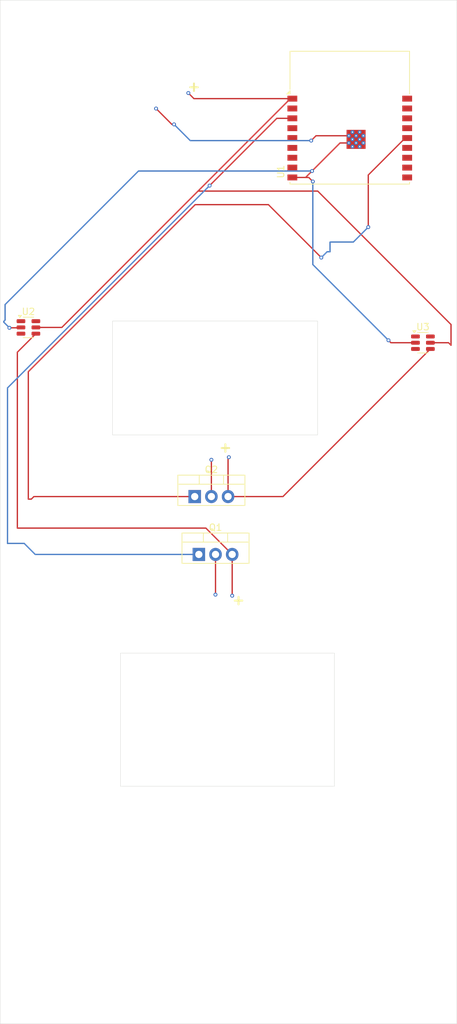
<source format=kicad_pcb>
(kicad_pcb (version 20241229) (generator "pcbnew") (generator_version "9.0")
  (layers (0 "F.Cu" signal) (2 "B.Cu" signal) (13 "F.Paste" user) (15 "B.Paste" user) (5 "F.SilkS" user "F.Silkscreen") (7 "B.SilkS" user "B.Silkscreen") (1 "F.Mask" user) (3 "B.Mask" user) (25 "Edge.Cuts" user))
  (net 0 "")
  (net 1 "Net-(Q1-D)")
  (net 2 "Net-(Q1-G)")
  (net 3 "Net-(Q1-S)")
  (net 4 "Net-(Q2-D)")
  (net 5 "Net-(Q2-S)")
  (net 6 "Net-(Q2-G)")
  (net 8 "Net-(BT1--)")
  (net 9 "unconnected-(U1-IO5-Pad4)")
  (net 14 "Net-(BT1-+)")
  (footprint "Package_TO_SOT_THT:TO-220-3_Vertical" (layer "F.Cu") (at 50.3 105.82)
    (property "Reference" "Q1" (at 2.54 -4.1 0) (layer "F.SilkS"))
    (property "Value" "IRLZ44N")
    (fp_line (start -2.57 -3.26) (end -2.57 1.36) (stroke (width 0.12)) (layer "F.SilkS"))
    (fp_line (start -2.57 -3.26) (end 7.65 -3.26) (stroke (width 0.12)) (layer "F.SilkS"))
    (fp_line (start -2.57 -1.88) (end 7.65 -1.88) (stroke (width 0.12)) (layer "F.SilkS"))
    (fp_line (start -2.57 1.36) (end 7.65 1.36) (stroke (width 0.12)) (layer "F.SilkS"))
    (fp_line (start 0.69 -3.26) (end 0.69 -1.88) (stroke (width 0.12)) (layer "F.SilkS"))
    (fp_line (start 4.39 -3.26) (end 4.39 -1.88) (stroke (width 0.12)) (layer "F.SilkS"))
    (fp_line (start 7.65 -3.26) (end 7.65 1.36) (stroke (width 0.12)) (layer "F.SilkS"))
    (pad "1" thru_hole rect (at 0 0) (size 1.905 2) (drill 1.1) (layers "*.Cu" "*.Mask") (net 2 "Net-(Q1-G)"))
    (pad "2" thru_hole oval (at 2.54 0) (size 1.905 2) (drill 1.1) (layers "*.Cu" "*.Mask") (net 1 "Net-(Q1-D)"))
    (pad "3" thru_hole oval (at 5.08 0) (size 1.905 2) (drill 1.1) (layers "*.Cu" "*.Mask") (net 3 "Net-(Q1-S)"))
  )
  (footprint "Package_TO_SOT_THT:TO-220-3_Vertical" (layer "F.Cu") (at 49.67 97.01)
    (property "Reference" "Q2" (at 2.54 -4.1 0) (layer "F.SilkS"))
    (property "Value" "IRLZ44N")
    (fp_line (start -2.57 -3.26) (end -2.57 1.36) (stroke (width 0.12)) (layer "F.SilkS"))
    (fp_line (start -2.57 -3.26) (end 7.65 -3.26) (stroke (width 0.12)) (layer "F.SilkS"))
    (fp_line (start -2.57 -1.88) (end 7.65 -1.88) (stroke (width 0.12)) (layer "F.SilkS"))
    (fp_line (start -2.57 1.36) (end 7.65 1.36) (stroke (width 0.12)) (layer "F.SilkS"))
    (fp_line (start 0.69 -3.26) (end 0.69 -1.88) (stroke (width 0.12)) (layer "F.SilkS"))
    (fp_line (start 4.39 -3.26) (end 4.39 -1.88) (stroke (width 0.12)) (layer "F.SilkS"))
    (fp_line (start 7.65 -3.26) (end 7.65 1.36) (stroke (width 0.12)) (layer "F.SilkS"))
    (pad "1" thru_hole rect (at 0 0) (size 1.905 2) (drill 1.1) (layers "*.Cu" "*.Mask") (net 6 "Net-(Q2-G)"))
    (pad "2" thru_hole oval (at 2.54 0) (size 1.905 2) (drill 1.1) (layers "*.Cu" "*.Mask") (net 4 "Net-(Q2-D)"))
    (pad "3" thru_hole oval (at 5.08 0) (size 1.905 2) (drill 1.1) (layers "*.Cu" "*.Mask") (net 5 "Net-(Q2-S)"))
  )
  (footprint "Package_TO_SOT_SMD:SOT-23-6" (layer "F.Cu") (at 84.4475 73.59)
    (property "Reference" "U3" (at 0 -2.4 0) (layer "F.SilkS"))
    (property "Value" "MT3608")
    (fp_line (start 0 -1.56) (end -0.8 -1.56) (stroke (width 0.12)) (layer "F.SilkS"))
    (fp_line (start 0 -1.56) (end 0.8 -1.56) (stroke (width 0.12)) (layer "F.SilkS"))
    (fp_line (start 0 1.56) (end -0.8 1.56) (stroke (width 0.12)) (layer "F.SilkS"))
    (fp_line (start 0 1.56) (end 0.8 1.56) (stroke (width 0.12)) (layer "F.SilkS"))
    (fp_poly (pts (xy -1.3 -1.51) (xy -1.54 -1.84) (xy -1.06 -1.84)) (stroke (width 0.12)) (fill yes) (layer "F.SilkS"))
    (pad "1" smd roundrect (at -1.1375 -0.95) (size 1.325 0.6) (layers "F.Cu" "F.Mask" "F.Paste"))
    (pad "2" smd roundrect (at -1.1375 0) (size 1.325 0.6) (layers "F.Cu" "F.Mask" "F.Paste") (net 8 "Net-(BT1--)"))
    (pad "3" smd roundrect (at -1.1375 0.95) (size 1.325 0.6) (layers "F.Cu" "F.Mask" "F.Paste"))
    (pad "4" smd roundrect (at 1.1375 0.95) (size 1.325 0.6) (layers "F.Cu" "F.Mask" "F.Paste") (net 5 "Net-(Q2-S)"))
    (pad "5" smd roundrect (at 1.1375 0) (size 1.325 0.6) (layers "F.Cu" "F.Mask" "F.Paste") (net 14 "Net-(BT1-+)"))
    (pad "6" smd roundrect (at 1.1375 -0.95) (size 1.325 0.6) (layers "F.Cu" "F.Mask" "F.Paste"))
  )
  (footprint "RF_Module:ESP32-C3-WROOM-02" (layer "F.Cu") (at 73.3 42.43)
    (property "Reference" "U1" (at -10.5 5.13 90) (layer "F.SilkS"))
    (property "Value" "ESP32-C3-WROOM-02")
    (fp_line (start -9.11 -13.21) (end -9.11 -7.4) (stroke (width 0.12)) (layer "F.SilkS"))
    (fp_line (start -9.11 -13.21) (end 9.11 -13.21) (stroke (width 0.12)) (layer "F.SilkS"))
    (fp_line (start -9.11 6.71) (end -9.11 7.01) (stroke (width 0.12)) (layer "F.SilkS"))
    (fp_line (start -9.11 7.01) (end 9.11 7.01) (stroke (width 0.12)) (layer "F.SilkS"))
    (fp_line (start 9.11 -13.21) (end 9.11 -6.71) (stroke (width 0.12)) (layer "F.SilkS"))
    (fp_line (start 9.11 6.71) (end 9.11 7.01) (stroke (width 0.12)) (layer "F.SilkS"))
    (fp_poly (pts (xy -9.1 -6.7) (xy -9.6 -6.7) (xy -9.1 -7.2) (xy -9.1 -6.7)) (stroke (width 0.12)) (fill yes) (layer "F.SilkS"))
    (pad "1" smd rect (at -8.75 -6) (size 1.5 0.9) (layers "F.Cu" "F.Mask" "F.Paste") (net 14 "Net-(BT1-+)"))
    (pad "2" smd rect (at -8.75 -4.5) (size 1.5 0.9) (layers "F.Cu" "F.Mask" "F.Paste"))
    (pad "3" smd rect (at -8.75 -3) (size 1.5 0.9) (layers "F.Cu" "F.Mask" "F.Paste") (net 2 "Net-(Q1-G)"))
    (pad "4" smd rect (at -8.75 -1.5) (size 1.5 0.9) (layers "F.Cu" "F.Mask" "F.Paste") (net 9 "unconnected-(U1-IO5-Pad4)"))
    (pad "5" smd rect (at -8.75 0) (size 1.5 0.9) (layers "F.Cu" "F.Mask" "F.Paste"))
    (pad "6" smd rect (at -8.75 1.5) (size 1.5 0.9) (layers "F.Cu" "F.Mask" "F.Paste"))
    (pad "7" smd rect (at -8.75 3) (size 1.5 0.9) (layers "F.Cu" "F.Mask" "F.Paste"))
    (pad "8" smd rect (at -8.75 4.5) (size 1.5 0.9) (layers "F.Cu" "F.Mask" "F.Paste"))
    (pad "9" smd rect (at -8.75 6) (size 1.5 0.9) (layers "F.Cu" "F.Mask" "F.Paste") (net 8 "Net-(BT1--)"))
    (pad "10" smd rect (at 8.75 6) (size 1.5 0.9) (layers "F.Cu" "F.Mask" "F.Paste"))
    (pad "11" smd rect (at 8.75 4.5) (size 1.5 0.9) (layers "F.Cu" "F.Mask" "F.Paste"))
    (pad "12" smd rect (at 8.75 3) (size 1.5 0.9) (layers "F.Cu" "F.Mask" "F.Paste"))
    (pad "13" smd rect (at 8.75 1.5) (size 1.5 0.9) (layers "F.Cu" "F.Mask" "F.Paste"))
    (pad "14" smd rect (at 8.75 0) (size 1.5 0.9) (layers "F.Cu" "F.Mask" "F.Paste") (net 6 "Net-(Q2-G)"))
    (pad "15" smd rect (at 8.75 -1.5) (size 1.5 0.9) (layers "F.Cu" "F.Mask" "F.Paste"))
    (pad "16" smd rect (at 8.75 -3) (size 1.5 0.9) (layers "F.Cu" "F.Mask" "F.Paste"))
    (pad "17" smd rect (at 8.75 -4.5) (size 1.5 0.9) (layers "F.Cu" "F.Mask" "F.Paste"))
    (pad "18" smd rect (at 8.75 -6) (size 1.5 0.9) (layers "F.Cu" "F.Mask" "F.Paste"))
    (pad "19" thru_hole circle (at -0.14 -0.35) (size 0.6 0.6) (drill 0.2) (property pad_prop_heatsink) (layers "*.Cu" "F.Mask") (net 8 "Net-(BT1--)"))
    (pad "19" thru_hole circle (at -0.14 0.75) (size 0.6 0.6) (drill 0.2) (property pad_prop_heatsink) (layers "*.Cu" "F.Mask") (net 8 "Net-(BT1--)"))
    (pad "19" thru_hole circle (at 0.41 -0.9) (size 0.6 0.6) (drill 0.2) (property pad_prop_heatsink) (layers "*.Cu" "F.Mask") (net 8 "Net-(BT1--)"))
    (pad "19" thru_hole circle (at 0.41 0.2) (size 0.6 0.6) (drill 0.2) (property pad_prop_heatsink) (layers "*.Cu" "F.Mask") (net 8 "Net-(BT1--)"))
    (pad "19" thru_hole circle (at 0.41 1.3) (size 0.6 0.6) (drill 0.2) (property pad_prop_heatsink) (layers "*.Cu" "F.Mask") (net 8 "Net-(BT1--)"))
    (pad "19" thru_hole circle (at 0.96 -0.35) (size 0.6 0.6) (drill 0.2) (property pad_prop_heatsink) (layers "*.Cu" "F.Mask") (net 8 "Net-(BT1--)"))
    (pad "19" smd rect (at 0.96 0.2) (size 2.9 2.9) (property pad_prop_heatsink) (layers "F.Cu" "F.Mask") (net 8 "Net-(BT1--)"))
    (pad "19" thru_hole circle (at 0.96 0.75) (size 0.6 0.6) (drill 0.2) (property pad_prop_heatsink) (layers "*.Cu" "F.Mask") (net 8 "Net-(BT1--)"))
    (pad "19" thru_hole circle (at 1.51 -0.9) (size 0.6 0.6) (drill 0.2) (property pad_prop_heatsink) (layers "*.Cu" "F.Mask") (net 8 "Net-(BT1--)"))
    (pad "19" thru_hole circle (at 1.51 0.2) (size 0.6 0.6) (drill 0.2) (property pad_prop_heatsink) (layers "*.Cu" "F.Mask") (net 8 "Net-(BT1--)"))
    (pad "19" thru_hole circle (at 1.51 1.3) (size 0.6 0.6) (drill 0.2) (property pad_prop_heatsink) (layers "*.Cu" "F.Mask") (net 8 "Net-(BT1--)"))
    (pad "19" thru_hole circle (at 2.06 -0.35) (size 0.6 0.6) (drill 0.2) (property pad_prop_heatsink) (layers "*.Cu" "F.Mask") (net 8 "Net-(BT1--)"))
    (pad "19" thru_hole circle (at 2.06 0.75) (size 0.6 0.6) (drill 0.2) (property pad_prop_heatsink) (layers "*.Cu" "F.Mask") (net 8 "Net-(BT1--)"))
  )
  (footprint "Package_TO_SOT_SMD:SOT-23-6" (layer "F.Cu") (at 24.3275 71.26)
    (property "Reference" "U2" (at 0 -2.4 0) (layer "F.SilkS"))
    (property "Value" "MT3608")
    (fp_line (start 0 -1.56) (end -0.8 -1.56) (stroke (width 0.12)) (layer "F.SilkS"))
    (fp_line (start 0 -1.56) (end 0.8 -1.56) (stroke (width 0.12)) (layer "F.SilkS"))
    (fp_line (start 0 1.56) (end -0.8 1.56) (stroke (width 0.12)) (layer "F.SilkS"))
    (fp_line (start 0 1.56) (end 0.8 1.56) (stroke (width 0.12)) (layer "F.SilkS"))
    (fp_poly (pts (xy -1.3 -1.51) (xy -1.54 -1.84) (xy -1.06 -1.84)) (stroke (width 0.12)) (fill yes) (layer "F.SilkS"))
    (pad "1" smd roundrect (at -1.1375 -0.95) (size 1.325 0.6) (layers "F.Cu" "F.Mask" "F.Paste"))
    (pad "2" smd roundrect (at -1.1375 0) (size 1.325 0.6) (layers "F.Cu" "F.Mask" "F.Paste") (net 8 "Net-(BT1--)"))
    (pad "3" smd roundrect (at -1.1375 0.95) (size 1.325 0.6) (layers "F.Cu" "F.Mask" "F.Paste"))
    (pad "4" smd roundrect (at 1.1375 0.95) (size 1.325 0.6) (layers "F.Cu" "F.Mask" "F.Paste") (net 3 "Net-(Q1-S)"))
    (pad "5" smd roundrect (at 1.1375 0) (size 1.325 0.6) (layers "F.Cu" "F.Mask" "F.Paste") (net 14 "Net-(BT1-+)"))
    (pad "6" smd roundrect (at 1.1375 -0.95) (size 1.325 0.6) (layers "F.Cu" "F.Mask" "F.Paste"))
  )
  (gr_rect (start 38.36 120.84) (end 70.96 141.11) (stroke (width 0.05)) (fill no) (layer "Edge.Cuts"))
  (gr_rect (start 37.14 70.29) (end 68.4 87.63) (stroke (width 0.05)) (fill no) (layer "Edge.Cuts"))
  (gr_rect (start 20.02 21.44) (end 89.62 177.27) (stroke (width 0.05)) (fill no) (layer "Edge.Cuts"))
  (gr_text "+" (at 55.22 113.62 0) (layer "F.SilkS") (effects (font (size 1.5 1.5) (thickness 0.3) (bold yes)) (justify left bottom)))
  (gr_text "+" (at 48.43 35.47 0) (layer "F.SilkS") (effects (font (size 1.5 1.5) (thickness 0.3) (bold yes)) (justify left bottom)))
  (gr_text "+" (at 53.22 90.39 0) (layer "F.SilkS") (effects (font (size 1.5 1.5) (thickness 0.3) (bold yes)) (justify left bottom)))
  (segment (start 52.84 105.82) (end 52.84 111.93) (width 0.2) (layer "F.Cu") (net 1))
  (segment (start 52.84 111.93) (end 52.83 111.94) (width 0.2) (layer "F.Cu") (net 1))
  (via (at 52.83 111.94) (size 0.6) (drill 0.3) (layers "F.Cu" "B.Cu") (net 1))
  (segment (start 64.55 39.43) (end 62.18 39.43) (width 0.2) (layer "F.Cu") (net 2))
  (segment (start 62.18 39.43) (end 51.94 49.67) (width 0.2) (layer "F.Cu") (net 2))
  (via (at 51.94 49.67) (size 0.6) (drill 0.3) (layers "F.Cu" "B.Cu") (net 2))
  (segment (start 21.14 104.14) (end 23.682968 104.14) (width 0.2) (layer "B.Cu") (net 2))
  (segment (start 51.94 49.67) (end 21.14 80.47) (width 0.2) (layer "B.Cu") (net 2))
  (segment (start 21.14 80.47) (end 21.14 104.14) (width 0.2) (layer "B.Cu") (net 2))
  (segment (start 23.682968 104.14) (end 25.362968 105.82) (width 0.2) (layer "B.Cu") (net 2))
  (segment (start 25.362968 105.82) (end 50.3 105.82) (width 0.2) (layer "B.Cu") (net 2))
  (segment (start 22.64 101.81) (end 51.37 101.81) (width 0.2) (layer "F.Cu") (net 3))
  (segment (start 25.465 72.21) (end 22.64 75.035) (width 0.2) (layer "F.Cu") (net 3))
  (segment (start 55.38 105.82) (end 55.38 112.1) (width 0.2) (layer "F.Cu") (net 3))
  (segment (start 22.64 75.035) (end 22.64 101.81) (width 0.2) (layer "F.Cu") (net 3))
  (segment (start 51.37 101.81) (end 55.38 105.82) (width 0.2) (layer "F.Cu") (net 3))
  (via (at 55.38 112.1) (size 0.6) (drill 0.3) (layers "F.Cu" "B.Cu") (net 3))
  (segment (start 52.21 97.01) (end 52.21 91.41) (width 0.2) (layer "F.Cu") (net 4))
  (segment (start 52.21 91.41) (end 52.21 91.36) (width 0.2) (layer "F.Cu") (net 4))
  (segment (start 52.21 91.36) (end 52.28 91.29) (width 0.2) (layer "F.Cu") (net 4))
  (via (at 52.21 91.41) (size 0.6) (drill 0.3) (layers "F.Cu" "B.Cu") (net 4))
  (segment (start 54.75 91.14) (end 54.87 91.02) (width 0.2) (layer "F.Cu") (net 5))
  (segment (start 63.115 97.01) (end 54.75 97.01) (width 0.2) (layer "F.Cu") (net 5))
  (segment (start 54.75 97.01) (end 54.75 91.14) (width 0.2) (layer "F.Cu") (net 5))
  (segment (start 85.585 74.54) (end 63.115 97.01) (width 0.2) (layer "F.Cu") (net 5))
  (via (at 54.87 91.02) (size 0.6) (drill 0.3) (layers "F.Cu" "B.Cu") (net 5))
  (segment (start 60.9 52.57) (end 49.74 52.57) (width 0.2) (layer "F.Cu") (net 6))
  (segment (start 24.31 78) (end 24.31 97.4) (width 0.2) (layer "F.Cu") (net 6))
  (segment (start 49.74 52.57) (end 24.31 78) (width 0.2) (layer "F.Cu") (net 6))
  (segment (start 25.16 97.01) (end 49.67 97.01) (width 0.2) (layer "F.Cu") (net 6))
  (segment (start 82.05 42.43) (end 81.75 42.43) (width 0.2) (layer "F.Cu") (net 6))
  (segment (start 76.12 48.06) (end 76.12 55.99) (width 0.2) (layer "F.Cu") (net 6))
  (segment (start 81.75 42.43) (end 76.12 48.06) (width 0.2) (layer "F.Cu") (net 6))
  (segment (start 68.96 60.63) (end 60.9 52.57) (width 0.2) (layer "F.Cu") (net 6))
  (segment (start 24.31 97.4) (end 24.77 97.4) (width 0.2) (layer "F.Cu") (net 6))
  (segment (start 24.77 97.4) (end 25.16 97.01) (width 0.2) (layer "F.Cu") (net 6))
  (via (at 68.96 60.63) (size 0.6) (drill 0.3) (layers "F.Cu" "B.Cu") (net 6))
  (via (at 76.12 55.99) (size 0.6) (drill 0.3) (layers "F.Cu" "B.Cu") (net 6))
  (segment (start 70.29 59.74) (end 69.85 59.74) (width 0.2) (layer "B.Cu") (net 6))
  (segment (start 70.29 58.29) (end 70.29 59.74) (width 0.2) (layer "B.Cu") (net 6))
  (segment (start 69.85 59.74) (end 68.96 60.63) (width 0.2) (layer "B.Cu") (net 6))
  (segment (start 76.12 55.99) (end 73.85 58.26) (width 0.2) (layer "B.Cu") (net 6))
  (segment (start 70.32 58.26) (end 70.29 58.29) (width 0.2) (layer "B.Cu") (net 6))
  (segment (start 73.85 58.26) (end 70.32 58.26) (width 0.2) (layer "B.Cu") (net 6))
  (segment (start 79.57 73.59) (end 83.31 73.59) (width 0.2) (layer "F.Cu") (net 8))
  (segment (start 67.05 48.43) (end 67.67 49.05) (width 0.2) (layer "F.Cu") (net 8))
  (segment (start 66.57 48.43) (end 67.05 48.43) (width 0.2) (layer "F.Cu") (net 8))
  (segment (start 46.19 40.35) (end 43.78 37.94) (width 0.2) (layer "F.Cu") (net 8))
  (segment (start 46.52 40.35) (end 46.19 40.35) (width 0.2) (layer "F.Cu") (net 8))
  (segment (start 73.16 42.08) (end 68.16 42.08) (width 0.2) (layer "F.Cu") (net 8))
  (segment (start 21.43 71.32) (end 23.13 71.32) (width 0.2) (layer "F.Cu") (net 8))
  (segment (start 68.16 42.08) (end 67.42 42.82) (width 0.2) (layer "F.Cu") (net 8))
  (segment (start 73.16 43.18) (end 71.82 43.18) (width 0.2) (layer "F.Cu") (net 8))
  (segment (start 71.82 43.18) (end 67.55 47.45) (width 0.2) (layer "F.Cu") (net 8))
  (segment (start 23.13 71.32) (end 23.19 71.26) (width 0.2) (layer "F.Cu") (net 8))
  (segment (start 79.2 73.22) (end 79.57 73.59) (width 0.2) (layer "F.Cu") (net 8))
  (segment (start 67.55 47.45) (end 66.57 48.43) (width 0.2) (layer "F.Cu") (net 8))
  (segment (start 66.57 48.43) (end 64.55 48.43) (width 0.2) (layer "F.Cu") (net 8))
  (via (at 21.43 71.32) (size 0.6) (drill 0.3) (layers "F.Cu" "B.Cu") (net 8))
  (via (at 67.67 49.05) (size 0.6) (drill 0.3) (layers "F.Cu" "B.Cu") (net 8))
  (via (at 43.78 37.94) (size 0.6) (drill 0.3) (layers "F.Cu" "B.Cu") (net 8))
  (via (at 46.52 40.35) (size 0.6) (drill 0.3) (layers "F.Cu" "B.Cu") (net 8))
  (via (at 79.2 73.22) (size 0.6) (drill 0.3) (layers "F.Cu" "B.Cu") (net 8))
  (via (at 67.55 47.45) (size 0.6) (drill 0.3) (layers "F.Cu" "B.Cu") (net 8))
  (via (at 67.42 42.82) (size 0.6) (drill 0.3) (layers "F.Cu" "B.Cu") (net 8))
  (segment (start 67.42 42.82) (end 48.99 42.82) (width 0.2) (layer "B.Cu") (net 8))
  (segment (start 48.99 42.82) (end 46.52 40.35) (width 0.2) (layer "B.Cu") (net 8))
  (segment (start 20.77 70.14) (end 20.58 70.33) (width 0.2) (layer "B.Cu") (net 8))
  (segment (start 67.67 49.05) (end 67.67 61.69) (width 0.2) (layer "B.Cu") (net 8))
  (segment (start 20.58 70.47) (end 21.43 71.32) (width 0.2) (layer "B.Cu") (net 8))
  (segment (start 20.58 70.33) (end 20.58 70.47) (width 0.2) (layer "B.Cu") (net 8))
  (segment (start 67.55 47.45) (end 41.1 47.45) (width 0.2) (layer "B.Cu") (net 8))
  (segment (start 67.67 61.69) (end 79.2 73.22) (width 0.2) (layer "B.Cu") (net 8))
  (segment (start 41.1 47.45) (end 20.77 67.78) (width 0.2) (layer "B.Cu") (net 8))
  (segment (start 20.77 67.78) (end 20.77 70.14) (width 0.2) (layer "B.Cu") (net 8))
  (segment (start 64.55 40.93) (end 64.248 40.93) (width 0.2) (layer "F.Cu") (net 9))
  (segment (start 50.175 50.505) (end 29.42 71.26) (width 0.2) (layer "F.Cu") (net 14))
  (segment (start 88.73 73.97) (end 88.35 73.59) (width 0.2) (layer "F.Cu") (net 14))
  (segment (start 49.55 36.43) (end 48.7 35.58) (width 0.2) (layer "F.Cu") (net 14))
  (segment (start 68.415 50.505) (end 88.73 70.82) (width 0.2) (layer "F.Cu") (net 14))
  (segment (start 64.25 36.43) (end 50.175 50.505) (width 0.2) (layer "F.Cu") (net 14))
  (segment (start 88.73 70.82) (end 88.73 73.97) (width 0.2) (layer "F.Cu") (net 14))
  (segment (start 64.55 36.43) (end 64.25 36.43) (width 0.2) (layer "F.Cu") (net 14))
  (segment (start 88.35 73.59) (end 85.585 73.59) (width 0.2) (layer "F.Cu") (net 14))
  (segment (start 64.55 36.43) (end 49.55 36.43) (width 0.2) (layer "F.Cu") (net 14))
  (segment (start 50.175 50.505) (end 68.415 50.505) (width 0.2) (layer "F.Cu") (net 14))
  (segment (start 29.42 71.26) (end 25.465 71.26) (width 0.2) (layer "F.Cu") (net 14))
  (via (at 48.7 35.58) (size 0.6) (drill 0.3) (layers "F.Cu" "B.Cu") (net 14))
)
</source>
